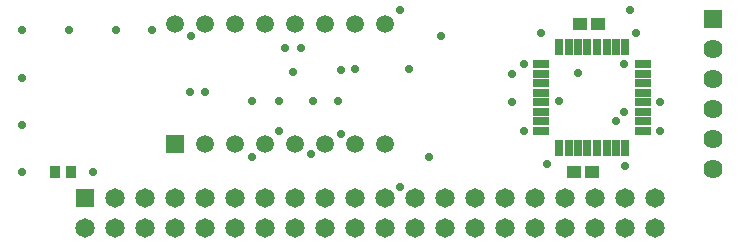
<source format=gts>
G04 Layer_Color=20142*
%FSLAX25Y25*%
%MOIN*%
G70*
G01*
G75*
%ADD28R,0.03740X0.03937*%
%ADD29R,0.04528X0.04331*%
%ADD30R,0.05394X0.02594*%
%ADD31R,0.02594X0.05394*%
%ADD32C,0.06394*%
%ADD33R,0.06394X0.06394*%
%ADD34R,0.05906X0.05906*%
%ADD35C,0.05906*%
%ADD36C,0.06496*%
%ADD37R,0.06496X0.06496*%
%ADD38C,0.00394*%
%ADD39C,0.02756*%
D28*
X185630Y204724D02*
D03*
X180512D02*
D03*
D29*
X361221Y253937D02*
D03*
X355315D02*
D03*
X359252Y204724D02*
D03*
X353346D02*
D03*
D30*
X376320Y240628D02*
D03*
Y237478D02*
D03*
Y234328D02*
D03*
Y231179D02*
D03*
Y228004D02*
D03*
Y224804D02*
D03*
Y221704D02*
D03*
Y218504D02*
D03*
X342520D02*
D03*
Y221704D02*
D03*
Y224804D02*
D03*
Y228004D02*
D03*
Y231179D02*
D03*
Y234328D02*
D03*
Y237478D02*
D03*
Y240628D02*
D03*
D31*
X370520Y212704D02*
D03*
X367320D02*
D03*
X364220D02*
D03*
X361020D02*
D03*
X357845D02*
D03*
X354695D02*
D03*
X351546D02*
D03*
X348396D02*
D03*
Y246504D02*
D03*
X351546D02*
D03*
X354695D02*
D03*
X357845D02*
D03*
X361020D02*
D03*
X364220D02*
D03*
X367320D02*
D03*
X370520D02*
D03*
D32*
X399606Y205906D02*
D03*
Y215905D02*
D03*
Y225905D02*
D03*
Y235906D02*
D03*
Y245905D02*
D03*
D33*
Y255906D02*
D03*
D34*
X220433Y214252D02*
D03*
D35*
X230433D02*
D03*
X240433D02*
D03*
X250433D02*
D03*
X260433D02*
D03*
X270433D02*
D03*
X280433D02*
D03*
X290433D02*
D03*
Y254252D02*
D03*
X280433D02*
D03*
X270433D02*
D03*
X260433D02*
D03*
X250433D02*
D03*
X240433D02*
D03*
X230433D02*
D03*
X220433D02*
D03*
D36*
X380433Y185945D02*
D03*
X370433D02*
D03*
X360433D02*
D03*
X350433D02*
D03*
X340433D02*
D03*
X330433D02*
D03*
X320433D02*
D03*
X310433D02*
D03*
X300433D02*
D03*
X290433D02*
D03*
X280433D02*
D03*
X270433D02*
D03*
X260433D02*
D03*
X250433D02*
D03*
X240433D02*
D03*
X230433D02*
D03*
X220433D02*
D03*
X210433D02*
D03*
X200433D02*
D03*
X190433D02*
D03*
X380433Y195945D02*
D03*
X370433D02*
D03*
X360433D02*
D03*
X350433D02*
D03*
X340433D02*
D03*
X330433D02*
D03*
X320433D02*
D03*
X310433D02*
D03*
X300433D02*
D03*
X290433D02*
D03*
X280433D02*
D03*
X270433D02*
D03*
X260433D02*
D03*
X250433D02*
D03*
X240433D02*
D03*
X230433D02*
D03*
X220433D02*
D03*
X210433D02*
D03*
X200433D02*
D03*
D37*
X190433D02*
D03*
D38*
X399606Y190945D02*
D03*
X171260D02*
D03*
D39*
X230433Y231299D02*
D03*
X256890Y246063D02*
D03*
X262205D02*
D03*
X280512Y239173D02*
D03*
X266535Y228346D02*
D03*
X265748Y210630D02*
D03*
X298228Y239173D02*
D03*
X309055Y250000D02*
D03*
X342520Y250984D02*
D03*
X295276Y199803D02*
D03*
X305118Y209646D02*
D03*
X374016Y250984D02*
D03*
X372047Y258858D02*
D03*
X246063Y209646D02*
D03*
X254906Y218520D02*
D03*
X275590Y217520D02*
D03*
X274803Y228346D02*
D03*
X255118D02*
D03*
X246063D02*
D03*
X225394Y231299D02*
D03*
X259842Y238189D02*
D03*
X192913Y204724D02*
D03*
X212598Y251969D02*
D03*
X200787D02*
D03*
X185039D02*
D03*
X169291Y204724D02*
D03*
Y220472D02*
D03*
Y236221D02*
D03*
Y251969D02*
D03*
X295276Y258858D02*
D03*
X348425Y228346D02*
D03*
X336614Y218504D02*
D03*
X344488Y207480D02*
D03*
X354695Y237795D02*
D03*
X225590Y250000D02*
D03*
X370472Y206693D02*
D03*
X381890Y218504D02*
D03*
Y228004D02*
D03*
X367323Y221704D02*
D03*
X370079Y240628D02*
D03*
X336614D02*
D03*
X332677Y237478D02*
D03*
X275590Y238878D02*
D03*
X370079Y224803D02*
D03*
X332677Y228004D02*
D03*
M02*

</source>
